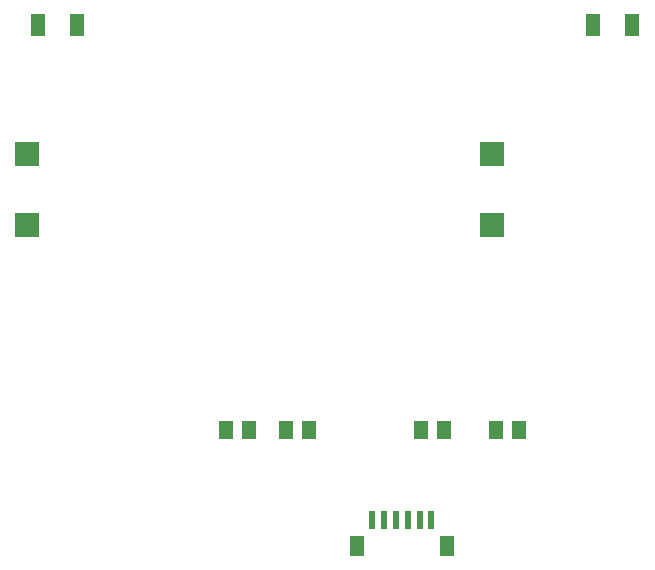
<source format=gtp>
G75*
%MOIN*%
%OFA0B0*%
%FSLAX25Y25*%
%IPPOS*%
%LPD*%
%AMOC8*
5,1,8,0,0,1.08239X$1,22.5*
%
%ADD10R,0.02362X0.06102*%
%ADD11R,0.04724X0.07087*%
%ADD12R,0.05000X0.07500*%
%ADD13R,0.05118X0.06299*%
%ADD14R,0.07874X0.07874*%
D10*
X0186300Y0096300D03*
X0190237Y0096300D03*
X0194174Y0096300D03*
X0198111Y0096300D03*
X0202048Y0096300D03*
X0205985Y0096300D03*
D11*
X0211103Y0087540D03*
X0181182Y0087540D03*
D12*
X0259800Y0261300D03*
X0272800Y0261300D03*
X0087800Y0261300D03*
X0074800Y0261300D03*
D13*
X0137560Y0126300D03*
X0145040Y0126300D03*
X0157560Y0126300D03*
X0165040Y0126300D03*
X0202560Y0126300D03*
X0210040Y0126300D03*
X0227560Y0126300D03*
X0235040Y0126300D03*
D14*
X0226300Y0194489D03*
X0226300Y0218111D03*
X0071300Y0218111D03*
X0071300Y0194489D03*
M02*

</source>
